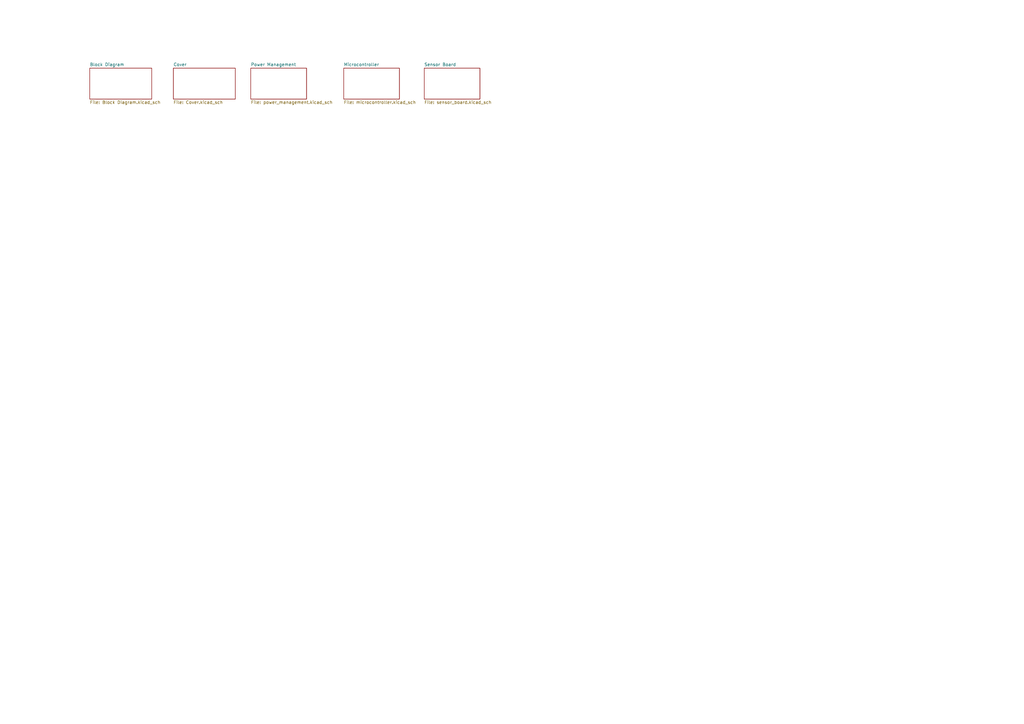
<source format=kicad_sch>
(kicad_sch
	(version 20250114)
	(generator "eeschema")
	(generator_version "9.0")
	(uuid "53b0bffa-b1c1-4397-a7e2-f711f6cd60f3")
	(paper "A3")
	(lib_symbols)
	(sheet
		(at 140.97 27.94)
		(size 22.86 12.7)
		(exclude_from_sim no)
		(in_bom yes)
		(on_board yes)
		(dnp no)
		(fields_autoplaced yes)
		(stroke
			(width 0.1524)
			(type solid)
		)
		(fill
			(color 0 0 0 0.0000)
		)
		(uuid "08aebcc3-aac1-429d-b4ce-845ac2dda7d0")
		(property "Sheetname" "Microcontroller"
			(at 140.97 27.2284 0)
			(effects
				(font
					(size 1.27 1.27)
				)
				(justify left bottom)
			)
		)
		(property "Sheetfile" "microcontroller.kicad_sch"
			(at 140.97 41.2246 0)
			(effects
				(font
					(size 1.27 1.27)
				)
				(justify left top)
			)
		)
		(instances
			(project "xBowtie Eğitim"
				(path "/53b0bffa-b1c1-4397-a7e2-f711f6cd60f3"
					(page "5")
				)
			)
		)
	)
	(sheet
		(at 71.12 27.94)
		(size 25.4 12.7)
		(exclude_from_sim no)
		(in_bom yes)
		(on_board yes)
		(dnp no)
		(fields_autoplaced yes)
		(stroke
			(width 0.1524)
			(type solid)
		)
		(fill
			(color 0 0 0 0.0000)
		)
		(uuid "293d28ad-f4c9-4f47-b720-e4af1cdb22e6")
		(property "Sheetname" "Cover"
			(at 71.12 27.2284 0)
			(effects
				(font
					(size 1.27 1.27)
				)
				(justify left bottom)
			)
		)
		(property "Sheetfile" "Cover.kicad_sch"
			(at 71.12 41.2246 0)
			(effects
				(font
					(size 1.27 1.27)
				)
				(justify left top)
			)
		)
		(instances
			(project "xBowtie Eğitim"
				(path "/53b0bffa-b1c1-4397-a7e2-f711f6cd60f3"
					(page "2")
				)
			)
		)
	)
	(sheet
		(at 173.99 27.94)
		(size 22.86 12.7)
		(exclude_from_sim no)
		(in_bom yes)
		(on_board yes)
		(dnp no)
		(fields_autoplaced yes)
		(stroke
			(width 0.1524)
			(type solid)
		)
		(fill
			(color 0 0 0 0.0000)
		)
		(uuid "49cc4e02-092d-4004-a5f2-813979e5a36f")
		(property "Sheetname" "Sensor Board"
			(at 173.99 27.2284 0)
			(effects
				(font
					(size 1.27 1.27)
				)
				(justify left bottom)
			)
		)
		(property "Sheetfile" "sensor_board.kicad_sch"
			(at 173.99 41.2246 0)
			(effects
				(font
					(size 1.27 1.27)
				)
				(justify left top)
			)
		)
		(instances
			(project "xBowtie Eğitim"
				(path "/53b0bffa-b1c1-4397-a7e2-f711f6cd60f3"
					(page "6")
				)
			)
		)
	)
	(sheet
		(at 36.83 27.94)
		(size 25.4 12.7)
		(exclude_from_sim no)
		(in_bom yes)
		(on_board yes)
		(dnp no)
		(fields_autoplaced yes)
		(stroke
			(width 0.1524)
			(type solid)
		)
		(fill
			(color 0 0 0 0.0000)
		)
		(uuid "868a993e-3f20-4428-8229-2135ccc07ce1")
		(property "Sheetname" "Block Diagram"
			(at 36.83 27.2284 0)
			(effects
				(font
					(size 1.27 1.27)
				)
				(justify left bottom)
			)
		)
		(property "Sheetfile" "Block Diagram.kicad_sch"
			(at 36.83 41.2246 0)
			(effects
				(font
					(size 1.27 1.27)
				)
				(justify left top)
			)
		)
		(instances
			(project "xBowtie Eğitim"
				(path "/53b0bffa-b1c1-4397-a7e2-f711f6cd60f3"
					(page "3")
				)
			)
		)
	)
	(sheet
		(at 102.87 27.94)
		(size 22.86 12.7)
		(exclude_from_sim no)
		(in_bom yes)
		(on_board yes)
		(dnp no)
		(fields_autoplaced yes)
		(stroke
			(width 0.1524)
			(type solid)
		)
		(fill
			(color 0 0 0 0.0000)
		)
		(uuid "efea3c46-4403-4dd6-947c-1fcbf6cafd8b")
		(property "Sheetname" "Power Management"
			(at 102.87 27.2284 0)
			(effects
				(font
					(size 1.27 1.27)
				)
				(justify left bottom)
			)
		)
		(property "Sheetfile" "power_management.kicad_sch"
			(at 102.87 41.2246 0)
			(effects
				(font
					(size 1.27 1.27)
				)
				(justify left top)
			)
		)
		(instances
			(project "xBowtie Eğitim"
				(path "/53b0bffa-b1c1-4397-a7e2-f711f6cd60f3"
					(page "4")
				)
			)
		)
	)
	(sheet_instances
		(path "/"
			(page "1")
		)
	)
	(embedded_fonts no)
)

</source>
